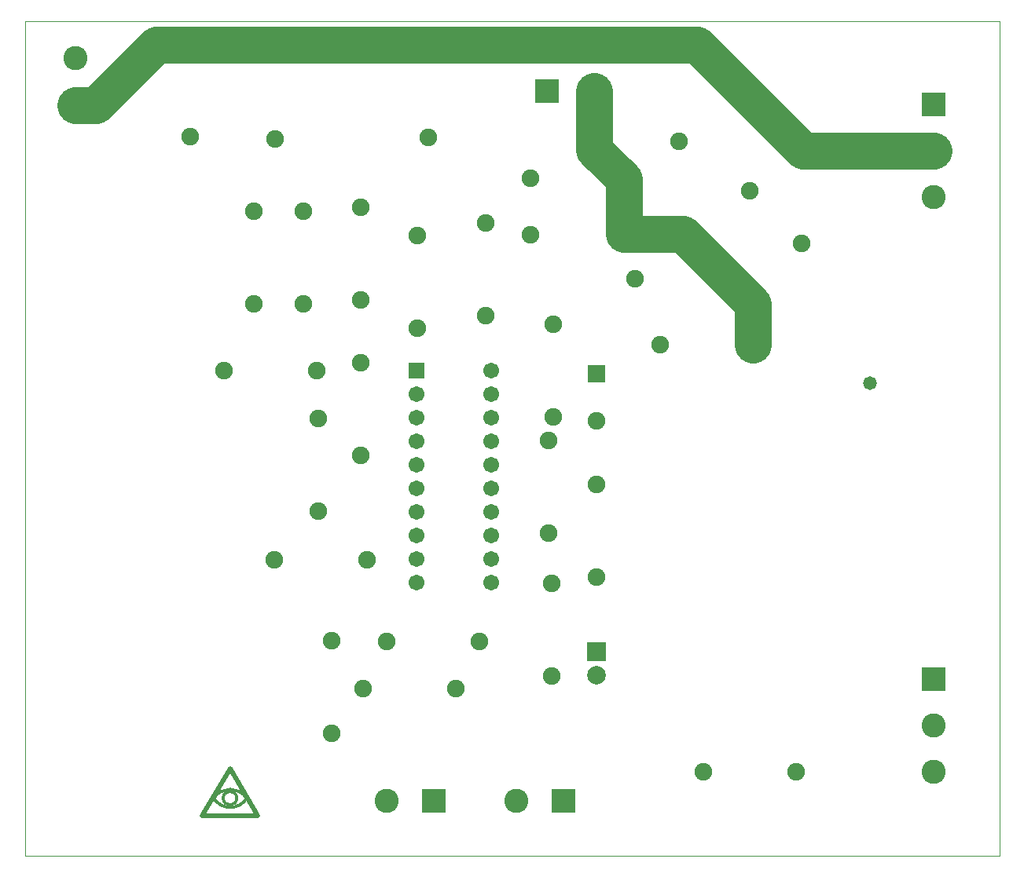
<source format=gbs>
G04 Layer_Color=16711935*
%FSLAX44Y44*%
%MOMM*%
G71*
G01*
G75*
%ADD10C,0.3000*%
%ADD14C,4.0000*%
%ADD15C,0.1000*%
%ADD33C,0.5500*%
%ADD35C,1.7032*%
%ADD36R,1.7032X1.7032*%
%ADD37R,2.6032X2.6032*%
%ADD38C,2.6032*%
%ADD39R,2.6032X2.6032*%
%ADD40C,1.9032*%
%ADD41R,1.9032X1.9032*%
%ADD42C,2.0032*%
%ADD43R,2.0032X2.0032*%
%ADD44C,1.4732*%
D10*
X203011Y62399D02*
G03*
X239547Y62563I18219J10961D01*
G01*
X238886Y62120D02*
G03*
X203530Y62054I-17656J-11843D01*
G01*
X228259Y61930D02*
G03*
X228259Y61930I-7279J0D01*
G01*
D14*
X54610Y808990D02*
X76200D01*
X78740Y811530D01*
X141440Y874230D01*
X784060Y551180D02*
Y595160D01*
X141440Y874230D02*
X723900D01*
X838130Y760000D01*
X979150D01*
X613410Y761200D02*
Y824230D01*
Y761200D02*
X645160Y729450D01*
Y670560D02*
Y729450D01*
Y670560D02*
X708660D01*
X784060Y595160D01*
D15*
X0Y0D02*
Y900000D01*
X1050000D01*
Y0D02*
Y900000D01*
X0Y0D02*
X1050000D01*
D33*
X191230Y42680D02*
X251230D01*
X221180Y94230D02*
X251230Y42680D01*
X191230D02*
X221180Y94230D01*
D35*
X502280Y523240D02*
D03*
Y497840D02*
D03*
Y472440D02*
D03*
Y447040D02*
D03*
X422280D02*
D03*
Y472440D02*
D03*
Y497840D02*
D03*
Y421640D02*
D03*
Y396240D02*
D03*
Y370840D02*
D03*
Y345440D02*
D03*
Y294640D02*
D03*
Y320040D02*
D03*
X502280Y345440D02*
D03*
Y370840D02*
D03*
Y396240D02*
D03*
Y421640D02*
D03*
Y320040D02*
D03*
Y294640D02*
D03*
D36*
X422280Y523240D02*
D03*
D37*
X54610Y808990D02*
D03*
X979150Y190000D02*
D03*
Y810000D02*
D03*
D38*
X54610Y859790D02*
D03*
X613410Y824230D02*
D03*
X529820Y58890D02*
D03*
X389820D02*
D03*
X979150Y90000D02*
D03*
Y140000D02*
D03*
Y710000D02*
D03*
Y760000D02*
D03*
D39*
X562610Y824230D02*
D03*
X580620Y58890D02*
D03*
X440620D02*
D03*
D40*
X330200Y131610D02*
D03*
Y231610D02*
D03*
X214160Y523240D02*
D03*
X314160D02*
D03*
X489420Y231140D02*
D03*
X389420D02*
D03*
X464020Y180340D02*
D03*
X364020D02*
D03*
X316230Y371640D02*
D03*
Y471640D02*
D03*
X368770Y318770D02*
D03*
X268770D02*
D03*
X563880Y447510D02*
D03*
Y347510D02*
D03*
X644360Y730250D02*
D03*
X544360D02*
D03*
X177800Y875500D02*
D03*
Y775500D02*
D03*
X269240Y872960D02*
D03*
Y772960D02*
D03*
X836930Y759930D02*
D03*
Y659930D02*
D03*
X434340Y874230D02*
D03*
Y774230D02*
D03*
X361950Y598970D02*
D03*
Y698970D02*
D03*
X422910Y568490D02*
D03*
Y668490D02*
D03*
X781050Y817080D02*
D03*
Y717080D02*
D03*
X361950Y531330D02*
D03*
Y431330D02*
D03*
X246380Y695160D02*
D03*
Y595160D02*
D03*
X299720D02*
D03*
Y695160D02*
D03*
X731050Y90000D02*
D03*
X831050D02*
D03*
X567690Y293840D02*
D03*
Y193840D02*
D03*
X568960Y473240D02*
D03*
Y573240D02*
D03*
X615950Y400000D02*
D03*
Y300000D02*
D03*
Y468630D02*
D03*
X757390Y622300D02*
D03*
X657390D02*
D03*
X496570Y582460D02*
D03*
Y682460D02*
D03*
X704850Y670090D02*
D03*
Y770090D02*
D03*
X644360Y669290D02*
D03*
X544360D02*
D03*
X784060Y551180D02*
D03*
X684060D02*
D03*
D41*
X615950Y519430D02*
D03*
D42*
Y194310D02*
D03*
D43*
Y219710D02*
D03*
D44*
X910590Y509270D02*
D03*
M02*

</source>
